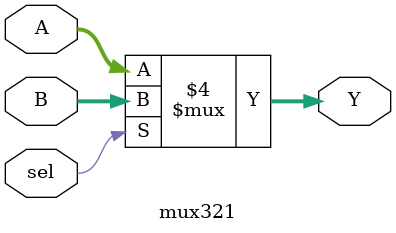
<source format=v>

module mux321(Y, A, B, sel);

 output [31:0] Y;
 input [31:0] A, B;
 input sel;
 reg [31:0] Y;

 always @(A or B or sel)// Choosing input on the baisis of the address bit
 if (sel == 1'b0)
 Y = A;
 else
 Y = B;

 endmodule

</source>
